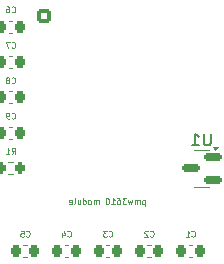
<source format=gbr>
%TF.GenerationSoftware,KiCad,Pcbnew,9.0.2*%
%TF.CreationDate,2025-12-07T23:47:29+09:00*%
%TF.ProjectId,pmw3610_breakout_for_frostortho,706d7733-3631-4305-9f62-7265616b6f75,rev?*%
%TF.SameCoordinates,Original*%
%TF.FileFunction,Legend,Bot*%
%TF.FilePolarity,Positive*%
%FSLAX46Y46*%
G04 Gerber Fmt 4.6, Leading zero omitted, Abs format (unit mm)*
G04 Created by KiCad (PCBNEW 9.0.2) date 2025-12-07 23:47:29*
%MOMM*%
%LPD*%
G01*
G04 APERTURE LIST*
G04 Aperture macros list*
%AMRoundRect*
0 Rectangle with rounded corners*
0 $1 Rounding radius*
0 $2 $3 $4 $5 $6 $7 $8 $9 X,Y pos of 4 corners*
0 Add a 4 corners polygon primitive as box body*
4,1,4,$2,$3,$4,$5,$6,$7,$8,$9,$2,$3,0*
0 Add four circle primitives for the rounded corners*
1,1,$1+$1,$2,$3*
1,1,$1+$1,$4,$5*
1,1,$1+$1,$6,$7*
1,1,$1+$1,$8,$9*
0 Add four rect primitives between the rounded corners*
20,1,$1+$1,$2,$3,$4,$5,0*
20,1,$1+$1,$4,$5,$6,$7,0*
20,1,$1+$1,$6,$7,$8,$9,0*
20,1,$1+$1,$8,$9,$2,$3,0*%
G04 Aperture macros list end*
%ADD10C,0.100000*%
%ADD11C,0.062500*%
%ADD12C,0.150000*%
%ADD13C,0.120000*%
%ADD14RoundRect,0.187500X-0.437500X0.437500X-0.437500X-0.437500X0.437500X-0.437500X0.437500X0.437500X0*%
%ADD15O,1.250000X1.250000*%
%ADD16R,1.300000X1.300000*%
%ADD17O,1.300000X1.300000*%
%ADD18RoundRect,0.225000X0.225000X0.250000X-0.225000X0.250000X-0.225000X-0.250000X0.225000X-0.250000X0*%
%ADD19RoundRect,0.150000X0.587500X0.150000X-0.587500X0.150000X-0.587500X-0.150000X0.587500X-0.150000X0*%
%ADD20RoundRect,0.200000X0.200000X0.275000X-0.200000X0.275000X-0.200000X-0.275000X0.200000X-0.275000X0*%
G04 APERTURE END LIST*
D10*
X139202380Y-96700276D02*
X139202380Y-97200276D01*
X139202380Y-96724085D02*
X139154761Y-96700276D01*
X139154761Y-96700276D02*
X139059523Y-96700276D01*
X139059523Y-96700276D02*
X139011904Y-96724085D01*
X139011904Y-96724085D02*
X138988094Y-96747895D01*
X138988094Y-96747895D02*
X138964285Y-96795514D01*
X138964285Y-96795514D02*
X138964285Y-96938371D01*
X138964285Y-96938371D02*
X138988094Y-96985990D01*
X138988094Y-96985990D02*
X139011904Y-97009800D01*
X139011904Y-97009800D02*
X139059523Y-97033609D01*
X139059523Y-97033609D02*
X139154761Y-97033609D01*
X139154761Y-97033609D02*
X139202380Y-97009800D01*
X138749999Y-97033609D02*
X138749999Y-96700276D01*
X138749999Y-96747895D02*
X138726189Y-96724085D01*
X138726189Y-96724085D02*
X138678570Y-96700276D01*
X138678570Y-96700276D02*
X138607142Y-96700276D01*
X138607142Y-96700276D02*
X138559523Y-96724085D01*
X138559523Y-96724085D02*
X138535713Y-96771704D01*
X138535713Y-96771704D02*
X138535713Y-97033609D01*
X138535713Y-96771704D02*
X138511904Y-96724085D01*
X138511904Y-96724085D02*
X138464285Y-96700276D01*
X138464285Y-96700276D02*
X138392856Y-96700276D01*
X138392856Y-96700276D02*
X138345237Y-96724085D01*
X138345237Y-96724085D02*
X138321427Y-96771704D01*
X138321427Y-96771704D02*
X138321427Y-97033609D01*
X138130951Y-96700276D02*
X138035713Y-97033609D01*
X138035713Y-97033609D02*
X137940475Y-96795514D01*
X137940475Y-96795514D02*
X137845237Y-97033609D01*
X137845237Y-97033609D02*
X137749999Y-96700276D01*
X137607141Y-96533609D02*
X137297617Y-96533609D01*
X137297617Y-96533609D02*
X137464284Y-96724085D01*
X137464284Y-96724085D02*
X137392855Y-96724085D01*
X137392855Y-96724085D02*
X137345236Y-96747895D01*
X137345236Y-96747895D02*
X137321427Y-96771704D01*
X137321427Y-96771704D02*
X137297617Y-96819323D01*
X137297617Y-96819323D02*
X137297617Y-96938371D01*
X137297617Y-96938371D02*
X137321427Y-96985990D01*
X137321427Y-96985990D02*
X137345236Y-97009800D01*
X137345236Y-97009800D02*
X137392855Y-97033609D01*
X137392855Y-97033609D02*
X137535712Y-97033609D01*
X137535712Y-97033609D02*
X137583331Y-97009800D01*
X137583331Y-97009800D02*
X137607141Y-96985990D01*
X136869046Y-96533609D02*
X136964284Y-96533609D01*
X136964284Y-96533609D02*
X137011903Y-96557419D01*
X137011903Y-96557419D02*
X137035713Y-96581228D01*
X137035713Y-96581228D02*
X137083332Y-96652657D01*
X137083332Y-96652657D02*
X137107141Y-96747895D01*
X137107141Y-96747895D02*
X137107141Y-96938371D01*
X137107141Y-96938371D02*
X137083332Y-96985990D01*
X137083332Y-96985990D02*
X137059522Y-97009800D01*
X137059522Y-97009800D02*
X137011903Y-97033609D01*
X137011903Y-97033609D02*
X136916665Y-97033609D01*
X136916665Y-97033609D02*
X136869046Y-97009800D01*
X136869046Y-97009800D02*
X136845237Y-96985990D01*
X136845237Y-96985990D02*
X136821427Y-96938371D01*
X136821427Y-96938371D02*
X136821427Y-96819323D01*
X136821427Y-96819323D02*
X136845237Y-96771704D01*
X136845237Y-96771704D02*
X136869046Y-96747895D01*
X136869046Y-96747895D02*
X136916665Y-96724085D01*
X136916665Y-96724085D02*
X137011903Y-96724085D01*
X137011903Y-96724085D02*
X137059522Y-96747895D01*
X137059522Y-96747895D02*
X137083332Y-96771704D01*
X137083332Y-96771704D02*
X137107141Y-96819323D01*
X136345237Y-97033609D02*
X136630951Y-97033609D01*
X136488094Y-97033609D02*
X136488094Y-96533609D01*
X136488094Y-96533609D02*
X136535713Y-96605038D01*
X136535713Y-96605038D02*
X136583332Y-96652657D01*
X136583332Y-96652657D02*
X136630951Y-96676466D01*
X136035714Y-96533609D02*
X135988095Y-96533609D01*
X135988095Y-96533609D02*
X135940476Y-96557419D01*
X135940476Y-96557419D02*
X135916666Y-96581228D01*
X135916666Y-96581228D02*
X135892857Y-96628847D01*
X135892857Y-96628847D02*
X135869047Y-96724085D01*
X135869047Y-96724085D02*
X135869047Y-96843133D01*
X135869047Y-96843133D02*
X135892857Y-96938371D01*
X135892857Y-96938371D02*
X135916666Y-96985990D01*
X135916666Y-96985990D02*
X135940476Y-97009800D01*
X135940476Y-97009800D02*
X135988095Y-97033609D01*
X135988095Y-97033609D02*
X136035714Y-97033609D01*
X136035714Y-97033609D02*
X136083333Y-97009800D01*
X136083333Y-97009800D02*
X136107142Y-96985990D01*
X136107142Y-96985990D02*
X136130952Y-96938371D01*
X136130952Y-96938371D02*
X136154761Y-96843133D01*
X136154761Y-96843133D02*
X136154761Y-96724085D01*
X136154761Y-96724085D02*
X136130952Y-96628847D01*
X136130952Y-96628847D02*
X136107142Y-96581228D01*
X136107142Y-96581228D02*
X136083333Y-96557419D01*
X136083333Y-96557419D02*
X136035714Y-96533609D01*
X135273810Y-97033609D02*
X135273810Y-96700276D01*
X135273810Y-96747895D02*
X135250000Y-96724085D01*
X135250000Y-96724085D02*
X135202381Y-96700276D01*
X135202381Y-96700276D02*
X135130953Y-96700276D01*
X135130953Y-96700276D02*
X135083334Y-96724085D01*
X135083334Y-96724085D02*
X135059524Y-96771704D01*
X135059524Y-96771704D02*
X135059524Y-97033609D01*
X135059524Y-96771704D02*
X135035715Y-96724085D01*
X135035715Y-96724085D02*
X134988096Y-96700276D01*
X134988096Y-96700276D02*
X134916667Y-96700276D01*
X134916667Y-96700276D02*
X134869048Y-96724085D01*
X134869048Y-96724085D02*
X134845238Y-96771704D01*
X134845238Y-96771704D02*
X134845238Y-97033609D01*
X134535714Y-97033609D02*
X134583333Y-97009800D01*
X134583333Y-97009800D02*
X134607143Y-96985990D01*
X134607143Y-96985990D02*
X134630952Y-96938371D01*
X134630952Y-96938371D02*
X134630952Y-96795514D01*
X134630952Y-96795514D02*
X134607143Y-96747895D01*
X134607143Y-96747895D02*
X134583333Y-96724085D01*
X134583333Y-96724085D02*
X134535714Y-96700276D01*
X134535714Y-96700276D02*
X134464286Y-96700276D01*
X134464286Y-96700276D02*
X134416667Y-96724085D01*
X134416667Y-96724085D02*
X134392857Y-96747895D01*
X134392857Y-96747895D02*
X134369048Y-96795514D01*
X134369048Y-96795514D02*
X134369048Y-96938371D01*
X134369048Y-96938371D02*
X134392857Y-96985990D01*
X134392857Y-96985990D02*
X134416667Y-97009800D01*
X134416667Y-97009800D02*
X134464286Y-97033609D01*
X134464286Y-97033609D02*
X134535714Y-97033609D01*
X133940476Y-97033609D02*
X133940476Y-96533609D01*
X133940476Y-97009800D02*
X133988095Y-97033609D01*
X133988095Y-97033609D02*
X134083333Y-97033609D01*
X134083333Y-97033609D02*
X134130952Y-97009800D01*
X134130952Y-97009800D02*
X134154762Y-96985990D01*
X134154762Y-96985990D02*
X134178571Y-96938371D01*
X134178571Y-96938371D02*
X134178571Y-96795514D01*
X134178571Y-96795514D02*
X134154762Y-96747895D01*
X134154762Y-96747895D02*
X134130952Y-96724085D01*
X134130952Y-96724085D02*
X134083333Y-96700276D01*
X134083333Y-96700276D02*
X133988095Y-96700276D01*
X133988095Y-96700276D02*
X133940476Y-96724085D01*
X133488095Y-96700276D02*
X133488095Y-97033609D01*
X133702381Y-96700276D02*
X133702381Y-96962180D01*
X133702381Y-96962180D02*
X133678571Y-97009800D01*
X133678571Y-97009800D02*
X133630952Y-97033609D01*
X133630952Y-97033609D02*
X133559524Y-97033609D01*
X133559524Y-97033609D02*
X133511905Y-97009800D01*
X133511905Y-97009800D02*
X133488095Y-96985990D01*
X133178571Y-97033609D02*
X133226190Y-97009800D01*
X133226190Y-97009800D02*
X133250000Y-96962180D01*
X133250000Y-96962180D02*
X133250000Y-96533609D01*
X132797619Y-97009800D02*
X132845238Y-97033609D01*
X132845238Y-97033609D02*
X132940476Y-97033609D01*
X132940476Y-97033609D02*
X132988095Y-97009800D01*
X132988095Y-97009800D02*
X133011904Y-96962180D01*
X133011904Y-96962180D02*
X133011904Y-96771704D01*
X133011904Y-96771704D02*
X132988095Y-96724085D01*
X132988095Y-96724085D02*
X132940476Y-96700276D01*
X132940476Y-96700276D02*
X132845238Y-96700276D01*
X132845238Y-96700276D02*
X132797619Y-96724085D01*
X132797619Y-96724085D02*
X132773809Y-96771704D01*
X132773809Y-96771704D02*
X132773809Y-96819323D01*
X132773809Y-96819323D02*
X133011904Y-96866942D01*
D11*
X139633333Y-99750440D02*
X139657142Y-99774250D01*
X139657142Y-99774250D02*
X139728571Y-99798059D01*
X139728571Y-99798059D02*
X139776190Y-99798059D01*
X139776190Y-99798059D02*
X139847618Y-99774250D01*
X139847618Y-99774250D02*
X139895237Y-99726630D01*
X139895237Y-99726630D02*
X139919047Y-99679011D01*
X139919047Y-99679011D02*
X139942856Y-99583773D01*
X139942856Y-99583773D02*
X139942856Y-99512345D01*
X139942856Y-99512345D02*
X139919047Y-99417107D01*
X139919047Y-99417107D02*
X139895237Y-99369488D01*
X139895237Y-99369488D02*
X139847618Y-99321869D01*
X139847618Y-99321869D02*
X139776190Y-99298059D01*
X139776190Y-99298059D02*
X139728571Y-99298059D01*
X139728571Y-99298059D02*
X139657142Y-99321869D01*
X139657142Y-99321869D02*
X139633333Y-99345678D01*
X139442856Y-99345678D02*
X139419047Y-99321869D01*
X139419047Y-99321869D02*
X139371428Y-99298059D01*
X139371428Y-99298059D02*
X139252380Y-99298059D01*
X139252380Y-99298059D02*
X139204761Y-99321869D01*
X139204761Y-99321869D02*
X139180952Y-99345678D01*
X139180952Y-99345678D02*
X139157142Y-99393297D01*
X139157142Y-99393297D02*
X139157142Y-99440916D01*
X139157142Y-99440916D02*
X139180952Y-99512345D01*
X139180952Y-99512345D02*
X139466666Y-99798059D01*
X139466666Y-99798059D02*
X139157142Y-99798059D01*
X127908333Y-83750440D02*
X127932142Y-83774250D01*
X127932142Y-83774250D02*
X128003571Y-83798059D01*
X128003571Y-83798059D02*
X128051190Y-83798059D01*
X128051190Y-83798059D02*
X128122618Y-83774250D01*
X128122618Y-83774250D02*
X128170237Y-83726630D01*
X128170237Y-83726630D02*
X128194047Y-83679011D01*
X128194047Y-83679011D02*
X128217856Y-83583773D01*
X128217856Y-83583773D02*
X128217856Y-83512345D01*
X128217856Y-83512345D02*
X128194047Y-83417107D01*
X128194047Y-83417107D02*
X128170237Y-83369488D01*
X128170237Y-83369488D02*
X128122618Y-83321869D01*
X128122618Y-83321869D02*
X128051190Y-83298059D01*
X128051190Y-83298059D02*
X128003571Y-83298059D01*
X128003571Y-83298059D02*
X127932142Y-83321869D01*
X127932142Y-83321869D02*
X127908333Y-83345678D01*
X127741666Y-83298059D02*
X127408333Y-83298059D01*
X127408333Y-83298059D02*
X127622618Y-83798059D01*
X129133333Y-99750440D02*
X129157142Y-99774250D01*
X129157142Y-99774250D02*
X129228571Y-99798059D01*
X129228571Y-99798059D02*
X129276190Y-99798059D01*
X129276190Y-99798059D02*
X129347618Y-99774250D01*
X129347618Y-99774250D02*
X129395237Y-99726630D01*
X129395237Y-99726630D02*
X129419047Y-99679011D01*
X129419047Y-99679011D02*
X129442856Y-99583773D01*
X129442856Y-99583773D02*
X129442856Y-99512345D01*
X129442856Y-99512345D02*
X129419047Y-99417107D01*
X129419047Y-99417107D02*
X129395237Y-99369488D01*
X129395237Y-99369488D02*
X129347618Y-99321869D01*
X129347618Y-99321869D02*
X129276190Y-99298059D01*
X129276190Y-99298059D02*
X129228571Y-99298059D01*
X129228571Y-99298059D02*
X129157142Y-99321869D01*
X129157142Y-99321869D02*
X129133333Y-99345678D01*
X128680952Y-99298059D02*
X128919047Y-99298059D01*
X128919047Y-99298059D02*
X128942856Y-99536154D01*
X128942856Y-99536154D02*
X128919047Y-99512345D01*
X128919047Y-99512345D02*
X128871428Y-99488535D01*
X128871428Y-99488535D02*
X128752380Y-99488535D01*
X128752380Y-99488535D02*
X128704761Y-99512345D01*
X128704761Y-99512345D02*
X128680952Y-99536154D01*
X128680952Y-99536154D02*
X128657142Y-99583773D01*
X128657142Y-99583773D02*
X128657142Y-99702821D01*
X128657142Y-99702821D02*
X128680952Y-99750440D01*
X128680952Y-99750440D02*
X128704761Y-99774250D01*
X128704761Y-99774250D02*
X128752380Y-99798059D01*
X128752380Y-99798059D02*
X128871428Y-99798059D01*
X128871428Y-99798059D02*
X128919047Y-99774250D01*
X128919047Y-99774250D02*
X128942856Y-99750440D01*
X143133333Y-99750440D02*
X143157142Y-99774250D01*
X143157142Y-99774250D02*
X143228571Y-99798059D01*
X143228571Y-99798059D02*
X143276190Y-99798059D01*
X143276190Y-99798059D02*
X143347618Y-99774250D01*
X143347618Y-99774250D02*
X143395237Y-99726630D01*
X143395237Y-99726630D02*
X143419047Y-99679011D01*
X143419047Y-99679011D02*
X143442856Y-99583773D01*
X143442856Y-99583773D02*
X143442856Y-99512345D01*
X143442856Y-99512345D02*
X143419047Y-99417107D01*
X143419047Y-99417107D02*
X143395237Y-99369488D01*
X143395237Y-99369488D02*
X143347618Y-99321869D01*
X143347618Y-99321869D02*
X143276190Y-99298059D01*
X143276190Y-99298059D02*
X143228571Y-99298059D01*
X143228571Y-99298059D02*
X143157142Y-99321869D01*
X143157142Y-99321869D02*
X143133333Y-99345678D01*
X142657142Y-99798059D02*
X142942856Y-99798059D01*
X142799999Y-99798059D02*
X142799999Y-99298059D01*
X142799999Y-99298059D02*
X142847618Y-99369488D01*
X142847618Y-99369488D02*
X142895237Y-99417107D01*
X142895237Y-99417107D02*
X142942856Y-99440916D01*
X127908333Y-89750440D02*
X127932142Y-89774250D01*
X127932142Y-89774250D02*
X128003571Y-89798059D01*
X128003571Y-89798059D02*
X128051190Y-89798059D01*
X128051190Y-89798059D02*
X128122618Y-89774250D01*
X128122618Y-89774250D02*
X128170237Y-89726630D01*
X128170237Y-89726630D02*
X128194047Y-89679011D01*
X128194047Y-89679011D02*
X128217856Y-89583773D01*
X128217856Y-89583773D02*
X128217856Y-89512345D01*
X128217856Y-89512345D02*
X128194047Y-89417107D01*
X128194047Y-89417107D02*
X128170237Y-89369488D01*
X128170237Y-89369488D02*
X128122618Y-89321869D01*
X128122618Y-89321869D02*
X128051190Y-89298059D01*
X128051190Y-89298059D02*
X128003571Y-89298059D01*
X128003571Y-89298059D02*
X127932142Y-89321869D01*
X127932142Y-89321869D02*
X127908333Y-89345678D01*
X127670237Y-89798059D02*
X127574999Y-89798059D01*
X127574999Y-89798059D02*
X127527380Y-89774250D01*
X127527380Y-89774250D02*
X127503571Y-89750440D01*
X127503571Y-89750440D02*
X127455952Y-89679011D01*
X127455952Y-89679011D02*
X127432142Y-89583773D01*
X127432142Y-89583773D02*
X127432142Y-89393297D01*
X127432142Y-89393297D02*
X127455952Y-89345678D01*
X127455952Y-89345678D02*
X127479761Y-89321869D01*
X127479761Y-89321869D02*
X127527380Y-89298059D01*
X127527380Y-89298059D02*
X127622618Y-89298059D01*
X127622618Y-89298059D02*
X127670237Y-89321869D01*
X127670237Y-89321869D02*
X127694047Y-89345678D01*
X127694047Y-89345678D02*
X127717856Y-89393297D01*
X127717856Y-89393297D02*
X127717856Y-89512345D01*
X127717856Y-89512345D02*
X127694047Y-89559964D01*
X127694047Y-89559964D02*
X127670237Y-89583773D01*
X127670237Y-89583773D02*
X127622618Y-89607583D01*
X127622618Y-89607583D02*
X127527380Y-89607583D01*
X127527380Y-89607583D02*
X127479761Y-89583773D01*
X127479761Y-89583773D02*
X127455952Y-89559964D01*
X127455952Y-89559964D02*
X127432142Y-89512345D01*
D12*
X144761904Y-91054819D02*
X144761904Y-91864342D01*
X144761904Y-91864342D02*
X144714285Y-91959580D01*
X144714285Y-91959580D02*
X144666666Y-92007200D01*
X144666666Y-92007200D02*
X144571428Y-92054819D01*
X144571428Y-92054819D02*
X144380952Y-92054819D01*
X144380952Y-92054819D02*
X144285714Y-92007200D01*
X144285714Y-92007200D02*
X144238095Y-91959580D01*
X144238095Y-91959580D02*
X144190476Y-91864342D01*
X144190476Y-91864342D02*
X144190476Y-91054819D01*
X143190476Y-92054819D02*
X143761904Y-92054819D01*
X143476190Y-92054819D02*
X143476190Y-91054819D01*
X143476190Y-91054819D02*
X143571428Y-91197676D01*
X143571428Y-91197676D02*
X143666666Y-91292914D01*
X143666666Y-91292914D02*
X143761904Y-91340533D01*
D11*
X127908333Y-86750440D02*
X127932142Y-86774250D01*
X127932142Y-86774250D02*
X128003571Y-86798059D01*
X128003571Y-86798059D02*
X128051190Y-86798059D01*
X128051190Y-86798059D02*
X128122618Y-86774250D01*
X128122618Y-86774250D02*
X128170237Y-86726630D01*
X128170237Y-86726630D02*
X128194047Y-86679011D01*
X128194047Y-86679011D02*
X128217856Y-86583773D01*
X128217856Y-86583773D02*
X128217856Y-86512345D01*
X128217856Y-86512345D02*
X128194047Y-86417107D01*
X128194047Y-86417107D02*
X128170237Y-86369488D01*
X128170237Y-86369488D02*
X128122618Y-86321869D01*
X128122618Y-86321869D02*
X128051190Y-86298059D01*
X128051190Y-86298059D02*
X128003571Y-86298059D01*
X128003571Y-86298059D02*
X127932142Y-86321869D01*
X127932142Y-86321869D02*
X127908333Y-86345678D01*
X127622618Y-86512345D02*
X127670237Y-86488535D01*
X127670237Y-86488535D02*
X127694047Y-86464726D01*
X127694047Y-86464726D02*
X127717856Y-86417107D01*
X127717856Y-86417107D02*
X127717856Y-86393297D01*
X127717856Y-86393297D02*
X127694047Y-86345678D01*
X127694047Y-86345678D02*
X127670237Y-86321869D01*
X127670237Y-86321869D02*
X127622618Y-86298059D01*
X127622618Y-86298059D02*
X127527380Y-86298059D01*
X127527380Y-86298059D02*
X127479761Y-86321869D01*
X127479761Y-86321869D02*
X127455952Y-86345678D01*
X127455952Y-86345678D02*
X127432142Y-86393297D01*
X127432142Y-86393297D02*
X127432142Y-86417107D01*
X127432142Y-86417107D02*
X127455952Y-86464726D01*
X127455952Y-86464726D02*
X127479761Y-86488535D01*
X127479761Y-86488535D02*
X127527380Y-86512345D01*
X127527380Y-86512345D02*
X127622618Y-86512345D01*
X127622618Y-86512345D02*
X127670237Y-86536154D01*
X127670237Y-86536154D02*
X127694047Y-86559964D01*
X127694047Y-86559964D02*
X127717856Y-86607583D01*
X127717856Y-86607583D02*
X127717856Y-86702821D01*
X127717856Y-86702821D02*
X127694047Y-86750440D01*
X127694047Y-86750440D02*
X127670237Y-86774250D01*
X127670237Y-86774250D02*
X127622618Y-86798059D01*
X127622618Y-86798059D02*
X127527380Y-86798059D01*
X127527380Y-86798059D02*
X127479761Y-86774250D01*
X127479761Y-86774250D02*
X127455952Y-86750440D01*
X127455952Y-86750440D02*
X127432142Y-86702821D01*
X127432142Y-86702821D02*
X127432142Y-86607583D01*
X127432142Y-86607583D02*
X127455952Y-86559964D01*
X127455952Y-86559964D02*
X127479761Y-86536154D01*
X127479761Y-86536154D02*
X127527380Y-86512345D01*
X127908333Y-80750440D02*
X127932142Y-80774250D01*
X127932142Y-80774250D02*
X128003571Y-80798059D01*
X128003571Y-80798059D02*
X128051190Y-80798059D01*
X128051190Y-80798059D02*
X128122618Y-80774250D01*
X128122618Y-80774250D02*
X128170237Y-80726630D01*
X128170237Y-80726630D02*
X128194047Y-80679011D01*
X128194047Y-80679011D02*
X128217856Y-80583773D01*
X128217856Y-80583773D02*
X128217856Y-80512345D01*
X128217856Y-80512345D02*
X128194047Y-80417107D01*
X128194047Y-80417107D02*
X128170237Y-80369488D01*
X128170237Y-80369488D02*
X128122618Y-80321869D01*
X128122618Y-80321869D02*
X128051190Y-80298059D01*
X128051190Y-80298059D02*
X128003571Y-80298059D01*
X128003571Y-80298059D02*
X127932142Y-80321869D01*
X127932142Y-80321869D02*
X127908333Y-80345678D01*
X127479761Y-80298059D02*
X127574999Y-80298059D01*
X127574999Y-80298059D02*
X127622618Y-80321869D01*
X127622618Y-80321869D02*
X127646428Y-80345678D01*
X127646428Y-80345678D02*
X127694047Y-80417107D01*
X127694047Y-80417107D02*
X127717856Y-80512345D01*
X127717856Y-80512345D02*
X127717856Y-80702821D01*
X127717856Y-80702821D02*
X127694047Y-80750440D01*
X127694047Y-80750440D02*
X127670237Y-80774250D01*
X127670237Y-80774250D02*
X127622618Y-80798059D01*
X127622618Y-80798059D02*
X127527380Y-80798059D01*
X127527380Y-80798059D02*
X127479761Y-80774250D01*
X127479761Y-80774250D02*
X127455952Y-80750440D01*
X127455952Y-80750440D02*
X127432142Y-80702821D01*
X127432142Y-80702821D02*
X127432142Y-80583773D01*
X127432142Y-80583773D02*
X127455952Y-80536154D01*
X127455952Y-80536154D02*
X127479761Y-80512345D01*
X127479761Y-80512345D02*
X127527380Y-80488535D01*
X127527380Y-80488535D02*
X127622618Y-80488535D01*
X127622618Y-80488535D02*
X127670237Y-80512345D01*
X127670237Y-80512345D02*
X127694047Y-80536154D01*
X127694047Y-80536154D02*
X127717856Y-80583773D01*
X132633333Y-99750440D02*
X132657142Y-99774250D01*
X132657142Y-99774250D02*
X132728571Y-99798059D01*
X132728571Y-99798059D02*
X132776190Y-99798059D01*
X132776190Y-99798059D02*
X132847618Y-99774250D01*
X132847618Y-99774250D02*
X132895237Y-99726630D01*
X132895237Y-99726630D02*
X132919047Y-99679011D01*
X132919047Y-99679011D02*
X132942856Y-99583773D01*
X132942856Y-99583773D02*
X132942856Y-99512345D01*
X132942856Y-99512345D02*
X132919047Y-99417107D01*
X132919047Y-99417107D02*
X132895237Y-99369488D01*
X132895237Y-99369488D02*
X132847618Y-99321869D01*
X132847618Y-99321869D02*
X132776190Y-99298059D01*
X132776190Y-99298059D02*
X132728571Y-99298059D01*
X132728571Y-99298059D02*
X132657142Y-99321869D01*
X132657142Y-99321869D02*
X132633333Y-99345678D01*
X132204761Y-99464726D02*
X132204761Y-99798059D01*
X132323809Y-99274250D02*
X132442856Y-99631392D01*
X132442856Y-99631392D02*
X132133333Y-99631392D01*
X136133333Y-99750440D02*
X136157142Y-99774250D01*
X136157142Y-99774250D02*
X136228571Y-99798059D01*
X136228571Y-99798059D02*
X136276190Y-99798059D01*
X136276190Y-99798059D02*
X136347618Y-99774250D01*
X136347618Y-99774250D02*
X136395237Y-99726630D01*
X136395237Y-99726630D02*
X136419047Y-99679011D01*
X136419047Y-99679011D02*
X136442856Y-99583773D01*
X136442856Y-99583773D02*
X136442856Y-99512345D01*
X136442856Y-99512345D02*
X136419047Y-99417107D01*
X136419047Y-99417107D02*
X136395237Y-99369488D01*
X136395237Y-99369488D02*
X136347618Y-99321869D01*
X136347618Y-99321869D02*
X136276190Y-99298059D01*
X136276190Y-99298059D02*
X136228571Y-99298059D01*
X136228571Y-99298059D02*
X136157142Y-99321869D01*
X136157142Y-99321869D02*
X136133333Y-99345678D01*
X135966666Y-99298059D02*
X135657142Y-99298059D01*
X135657142Y-99298059D02*
X135823809Y-99488535D01*
X135823809Y-99488535D02*
X135752380Y-99488535D01*
X135752380Y-99488535D02*
X135704761Y-99512345D01*
X135704761Y-99512345D02*
X135680952Y-99536154D01*
X135680952Y-99536154D02*
X135657142Y-99583773D01*
X135657142Y-99583773D02*
X135657142Y-99702821D01*
X135657142Y-99702821D02*
X135680952Y-99750440D01*
X135680952Y-99750440D02*
X135704761Y-99774250D01*
X135704761Y-99774250D02*
X135752380Y-99798059D01*
X135752380Y-99798059D02*
X135895237Y-99798059D01*
X135895237Y-99798059D02*
X135942856Y-99774250D01*
X135942856Y-99774250D02*
X135966666Y-99750440D01*
X127908333Y-92798059D02*
X128074999Y-92559964D01*
X128194047Y-92798059D02*
X128194047Y-92298059D01*
X128194047Y-92298059D02*
X128003571Y-92298059D01*
X128003571Y-92298059D02*
X127955952Y-92321869D01*
X127955952Y-92321869D02*
X127932142Y-92345678D01*
X127932142Y-92345678D02*
X127908333Y-92393297D01*
X127908333Y-92393297D02*
X127908333Y-92464726D01*
X127908333Y-92464726D02*
X127932142Y-92512345D01*
X127932142Y-92512345D02*
X127955952Y-92536154D01*
X127955952Y-92536154D02*
X128003571Y-92559964D01*
X128003571Y-92559964D02*
X128194047Y-92559964D01*
X127432142Y-92798059D02*
X127717856Y-92798059D01*
X127574999Y-92798059D02*
X127574999Y-92298059D01*
X127574999Y-92298059D02*
X127622618Y-92369488D01*
X127622618Y-92369488D02*
X127670237Y-92417107D01*
X127670237Y-92417107D02*
X127717856Y-92440916D01*
D13*
%TO.C,C2*%
X139409420Y-100490000D02*
X139690580Y-100490000D01*
X139409420Y-101510000D02*
X139690580Y-101510000D01*
%TO.C,C7*%
X127684420Y-84490000D02*
X127965580Y-84490000D01*
X127684420Y-85510000D02*
X127965580Y-85510000D01*
%TO.C,C5*%
X128909420Y-100490000D02*
X129190580Y-100490000D01*
X128909420Y-101510000D02*
X129190580Y-101510000D01*
%TO.C,C1*%
X142909420Y-100490000D02*
X143190580Y-100490000D01*
X142909420Y-101510000D02*
X143190580Y-101510000D01*
%TO.C,C9*%
X127684420Y-90490000D02*
X127965580Y-90490000D01*
X127684420Y-91510000D02*
X127965580Y-91510000D01*
%TO.C,U1*%
X143350000Y-92440000D02*
X144000000Y-92440000D01*
X143350000Y-95560000D02*
X144000000Y-95560000D01*
X144650000Y-92440000D02*
X144000000Y-92440000D01*
X144650000Y-95560000D02*
X144000000Y-95560000D01*
X145162500Y-92490000D02*
X144922500Y-92160000D01*
X145402500Y-92160000D01*
X145162500Y-92490000D01*
G36*
X145162500Y-92490000D02*
G01*
X144922500Y-92160000D01*
X145402500Y-92160000D01*
X145162500Y-92490000D01*
G37*
%TO.C,C8*%
X127684420Y-87490000D02*
X127965580Y-87490000D01*
X127684420Y-88510000D02*
X127965580Y-88510000D01*
%TO.C,C6*%
X127684420Y-81490000D02*
X127965580Y-81490000D01*
X127684420Y-82510000D02*
X127965580Y-82510000D01*
%TO.C,C4*%
X132409420Y-100490000D02*
X132690580Y-100490000D01*
X132409420Y-101510000D02*
X132690580Y-101510000D01*
%TO.C,C3*%
X135909420Y-100490000D02*
X136190580Y-100490000D01*
X135909420Y-101510000D02*
X136190580Y-101510000D01*
%TO.C,R1*%
X127587742Y-93477500D02*
X128062258Y-93477500D01*
X127587742Y-94522500D02*
X128062258Y-94522500D01*
%TD*%
%LPC*%
D14*
%TO.C,U2*%
X130650000Y-81100000D03*
D15*
X130650000Y-82880000D03*
X130650000Y-84660000D03*
X130650000Y-86440000D03*
X130650000Y-88220000D03*
X130650000Y-90000000D03*
X130650000Y-91780000D03*
X130650000Y-93560000D03*
X141350000Y-94450000D03*
X141350000Y-92670000D03*
X141350000Y-90890000D03*
X141350000Y-89110000D03*
X141350000Y-87330000D03*
X141350000Y-85550000D03*
X141350000Y-83770000D03*
X141350000Y-81990000D03*
%TD*%
D16*
%TO.C,J1*%
X143620000Y-98500000D03*
D17*
X141080000Y-98500000D03*
X138540000Y-98500000D03*
X136000000Y-98500000D03*
X133460000Y-98500000D03*
X130920000Y-98500000D03*
X128380000Y-98500000D03*
%TD*%
D18*
%TO.C,C2*%
X140325000Y-101000000D03*
X138775000Y-101000000D03*
%TD*%
%TO.C,C7*%
X128600000Y-85000000D03*
X127050000Y-85000000D03*
%TD*%
%TO.C,C5*%
X129825000Y-101000000D03*
X128275000Y-101000000D03*
%TD*%
%TO.C,C1*%
X143825000Y-101000000D03*
X142275000Y-101000000D03*
%TD*%
%TO.C,C9*%
X128600000Y-91000000D03*
X127050000Y-91000000D03*
%TD*%
D19*
%TO.C,U1*%
X144937500Y-93050000D03*
X144937500Y-94950000D03*
X143062500Y-94000000D03*
%TD*%
D18*
%TO.C,C8*%
X128600000Y-88000000D03*
X127050000Y-88000000D03*
%TD*%
%TO.C,C6*%
X128600000Y-82000000D03*
X127050000Y-82000000D03*
%TD*%
%TO.C,C4*%
X133325000Y-101000000D03*
X131775000Y-101000000D03*
%TD*%
%TO.C,C3*%
X136825000Y-101000000D03*
X135275000Y-101000000D03*
%TD*%
D20*
%TO.C,R1*%
X128650000Y-94000000D03*
X127000000Y-94000000D03*
%TD*%
%LPD*%
M02*

</source>
